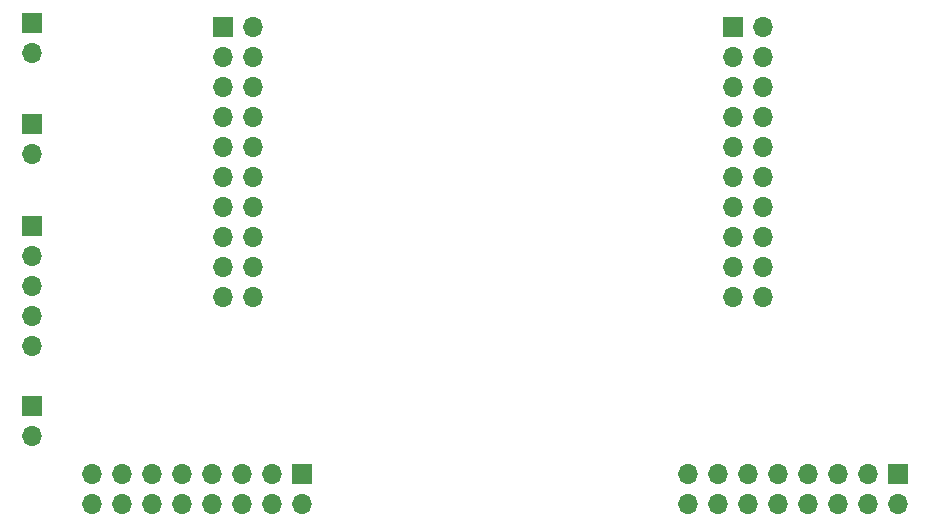
<source format=gbs>
G04 #@! TF.GenerationSoftware,KiCad,Pcbnew,(6.0.6)*
G04 #@! TF.CreationDate,2024-05-12T15:36:13+02:00*
G04 #@! TF.ProjectId,pynq-buck-adapter,70796e71-2d62-4756-936b-2d6164617074,rev?*
G04 #@! TF.SameCoordinates,Original*
G04 #@! TF.FileFunction,Soldermask,Bot*
G04 #@! TF.FilePolarity,Negative*
%FSLAX46Y46*%
G04 Gerber Fmt 4.6, Leading zero omitted, Abs format (unit mm)*
G04 Created by KiCad (PCBNEW (6.0.6)) date 2024-05-12 15:36:13*
%MOMM*%
%LPD*%
G01*
G04 APERTURE LIST*
%ADD10R,1.700000X1.700000*%
%ADD11O,1.700000X1.700000*%
G04 APERTURE END LIST*
D10*
X40200000Y-61375000D03*
D11*
X40200000Y-63915000D03*
D10*
X40200000Y-37510000D03*
D11*
X40200000Y-40050000D03*
D10*
X113475000Y-67150000D03*
D11*
X113475000Y-69690000D03*
X110935000Y-67150000D03*
X110935000Y-69690000D03*
X108395000Y-67150000D03*
X108395000Y-69690000D03*
X105855000Y-67150000D03*
X105855000Y-69690000D03*
X103315000Y-67150000D03*
X103315000Y-69690000D03*
X100775000Y-67150000D03*
X100775000Y-69690000D03*
X98235000Y-67150000D03*
X98235000Y-69690000D03*
X95695000Y-67150000D03*
X95695000Y-69690000D03*
D10*
X40200000Y-28910000D03*
D11*
X40200000Y-31450000D03*
X102110000Y-52110000D03*
X99570000Y-52110000D03*
X102110000Y-49570000D03*
X99570000Y-49570000D03*
X102110000Y-47030000D03*
X99570000Y-47030000D03*
X102110000Y-44490000D03*
X99570000Y-44490000D03*
X102110000Y-41950000D03*
X99570000Y-41950000D03*
X102110000Y-39410000D03*
X99570000Y-39410000D03*
X102110000Y-36870000D03*
X99570000Y-36870000D03*
X102110000Y-34330000D03*
X99570000Y-34330000D03*
X102110000Y-31790000D03*
X99570000Y-31790000D03*
X102110000Y-29250000D03*
D10*
X99570000Y-29250000D03*
D11*
X58930000Y-52110000D03*
X56390000Y-52110000D03*
X58930000Y-49570000D03*
X56390000Y-49570000D03*
X58930000Y-47030000D03*
X56390000Y-47030000D03*
X58930000Y-44490000D03*
X56390000Y-44490000D03*
X58930000Y-41950000D03*
X56390000Y-41950000D03*
X58930000Y-39410000D03*
X56390000Y-39410000D03*
X58930000Y-36870000D03*
X56390000Y-36870000D03*
X58930000Y-34330000D03*
X56390000Y-34330000D03*
X58930000Y-31790000D03*
X56390000Y-31790000D03*
X58930000Y-29250000D03*
D10*
X56390000Y-29250000D03*
X63075000Y-67150000D03*
D11*
X63075000Y-69690000D03*
X60535000Y-67150000D03*
X60535000Y-69690000D03*
X57995000Y-67150000D03*
X57995000Y-69690000D03*
X55455000Y-67150000D03*
X55455000Y-69690000D03*
X52915000Y-67150000D03*
X52915000Y-69690000D03*
X50375000Y-67150000D03*
X50375000Y-69690000D03*
X47835000Y-67150000D03*
X47835000Y-69690000D03*
X45295000Y-67150000D03*
X45295000Y-69690000D03*
D10*
X40200000Y-46120000D03*
D11*
X40200000Y-48660000D03*
X40200000Y-51200000D03*
X40200000Y-53740000D03*
X40200000Y-56280000D03*
M02*

</source>
